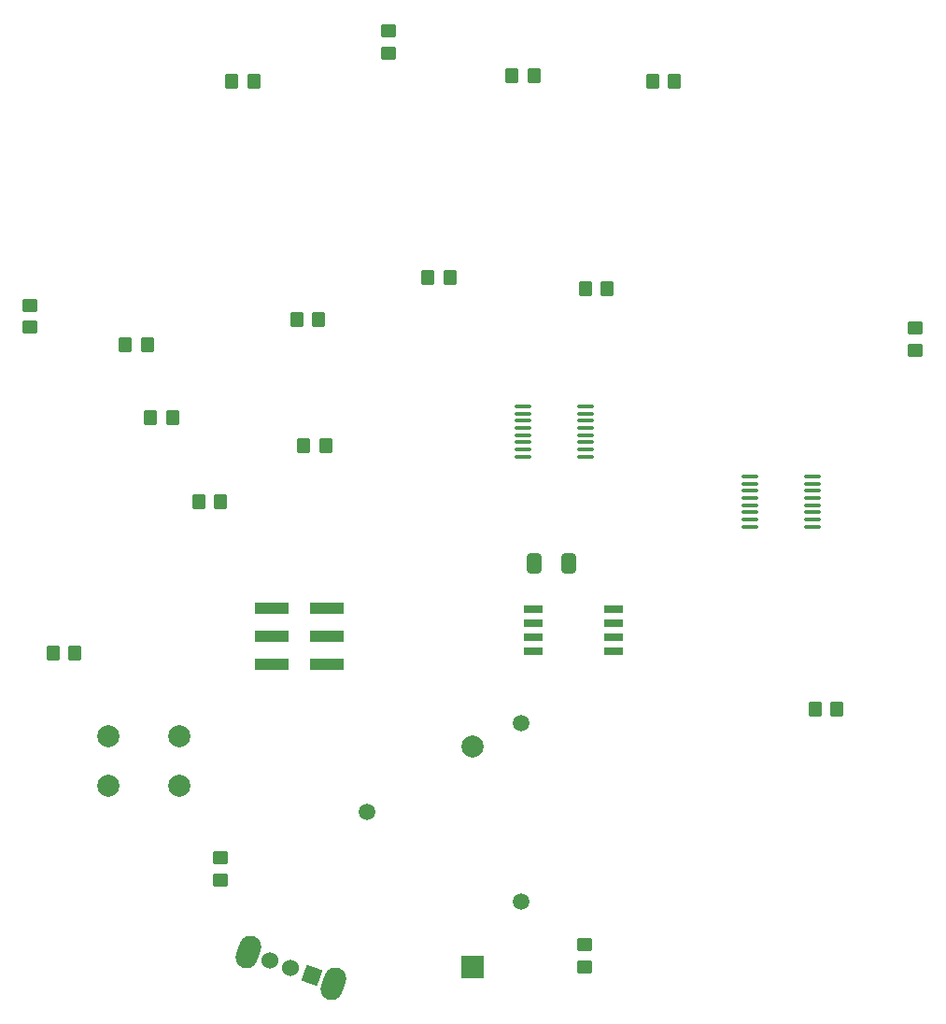
<source format=gbs>
%TF.GenerationSoftware,KiCad,Pcbnew,6.0.1+dfsg-1*%
%TF.CreationDate,2022-01-25T10:44:25+01:00*%
%TF.ProjectId,DTimponator-badge,4454696d-706f-46e6-9174-6f722d626164,2.0*%
%TF.SameCoordinates,Original*%
%TF.FileFunction,Soldermask,Bot*%
%TF.FilePolarity,Negative*%
%FSLAX46Y46*%
G04 Gerber Fmt 4.6, Leading zero omitted, Abs format (unit mm)*
G04 Created by KiCad (PCBNEW 6.0.1+dfsg-1) date 2022-01-25 10:44:25*
%MOMM*%
%LPD*%
G01*
G04 APERTURE LIST*
G04 Aperture macros list*
%AMRoundRect*
0 Rectangle with rounded corners*
0 $1 Rounding radius*
0 $2 $3 $4 $5 $6 $7 $8 $9 X,Y pos of 4 corners*
0 Add a 4 corners polygon primitive as box body*
4,1,4,$2,$3,$4,$5,$6,$7,$8,$9,$2,$3,0*
0 Add four circle primitives for the rounded corners*
1,1,$1+$1,$2,$3*
1,1,$1+$1,$4,$5*
1,1,$1+$1,$6,$7*
1,1,$1+$1,$8,$9*
0 Add four rect primitives between the rounded corners*
20,1,$1+$1,$2,$3,$4,$5,0*
20,1,$1+$1,$4,$5,$6,$7,0*
20,1,$1+$1,$6,$7,$8,$9,0*
20,1,$1+$1,$8,$9,$2,$3,0*%
%AMHorizOval*
0 Thick line with rounded ends*
0 $1 width*
0 $2 $3 position (X,Y) of the first rounded end (center of the circle)*
0 $4 $5 position (X,Y) of the second rounded end (center of the circle)*
0 Add line between two ends*
20,1,$1,$2,$3,$4,$5,0*
0 Add two circle primitives to create the rounded ends*
1,1,$1,$2,$3*
1,1,$1,$4,$5*%
%AMRotRect*
0 Rectangle, with rotation*
0 The origin of the aperture is its center*
0 $1 length*
0 $2 width*
0 $3 Rotation angle, in degrees counterclockwise*
0 Add horizontal line*
21,1,$1,$2,0,0,$3*%
G04 Aperture macros list end*
%ADD10RoundRect,0.250000X0.450000X-0.350000X0.450000X0.350000X-0.450000X0.350000X-0.450000X-0.350000X0*%
%ADD11RoundRect,0.250000X-0.450000X0.350000X-0.450000X-0.350000X0.450000X-0.350000X0.450000X0.350000X0*%
%ADD12R,1.700000X0.650000*%
%ADD13RoundRect,0.250000X0.350000X0.450000X-0.350000X0.450000X-0.350000X-0.450000X0.350000X-0.450000X0*%
%ADD14RoundRect,0.100000X0.637500X0.100000X-0.637500X0.100000X-0.637500X-0.100000X0.637500X-0.100000X0*%
%ADD15C,2.000000*%
%ADD16RoundRect,0.250000X-0.412500X-0.650000X0.412500X-0.650000X0.412500X0.650000X-0.412500X0.650000X0*%
%ADD17RoundRect,0.250000X-0.350000X-0.450000X0.350000X-0.450000X0.350000X0.450000X-0.350000X0.450000X0*%
%ADD18C,1.500000*%
%ADD19R,2.000000X2.000000*%
%ADD20RoundRect,0.100000X-0.637500X-0.100000X0.637500X-0.100000X0.637500X0.100000X-0.637500X0.100000X0*%
%ADD21R,3.150000X1.000000*%
%ADD22HorizOval,2.000000X0.171010X0.469846X-0.171010X-0.469846X0*%
%ADD23RotRect,1.524000X1.524000X160.000000*%
%ADD24C,1.524000*%
G04 APERTURE END LIST*
D10*
X165100000Y-131048000D03*
X165100000Y-129048000D03*
D11*
X114808000Y-71120000D03*
X114808000Y-73120000D03*
D12*
X167734000Y-98679000D03*
X167734000Y-99949000D03*
X167734000Y-101219000D03*
X167734000Y-102489000D03*
X160434000Y-102489000D03*
X160434000Y-101219000D03*
X160434000Y-99949000D03*
X160434000Y-98679000D03*
D13*
X167132000Y-69596000D03*
X165132000Y-69596000D03*
X141605000Y-83820000D03*
X139605000Y-83820000D03*
X160496000Y-50292000D03*
X158496000Y-50292000D03*
D14*
X185742500Y-86625000D03*
X185742500Y-87275000D03*
X185742500Y-87925000D03*
X185742500Y-88575000D03*
X185742500Y-89225000D03*
X185742500Y-89875000D03*
X185742500Y-90525000D03*
X185742500Y-91175000D03*
X180017500Y-91175000D03*
X180017500Y-90525000D03*
X180017500Y-89875000D03*
X180017500Y-89225000D03*
X180017500Y-88575000D03*
X180017500Y-87925000D03*
X180017500Y-87275000D03*
X180017500Y-86625000D03*
D13*
X125444000Y-74676000D03*
X123444000Y-74676000D03*
D15*
X121845000Y-114645000D03*
X128345000Y-114645000D03*
X128345000Y-110145000D03*
X121845000Y-110145000D03*
D16*
X160489500Y-94488000D03*
X163614500Y-94488000D03*
D13*
X127730000Y-81280000D03*
X125730000Y-81280000D03*
D11*
X147320000Y-46260000D03*
X147320000Y-48260000D03*
D13*
X135096000Y-50800000D03*
X133096000Y-50800000D03*
D11*
X195072000Y-73168000D03*
X195072000Y-75168000D03*
D17*
X116856000Y-102616000D03*
X118856000Y-102616000D03*
D13*
X140970000Y-72390000D03*
X138970000Y-72390000D03*
D18*
X159339999Y-108966001D03*
X145339999Y-117066001D03*
X159339999Y-125166001D03*
D19*
X154939999Y-131066001D03*
D15*
X154939999Y-111066001D03*
D13*
X187960000Y-107696000D03*
X185960000Y-107696000D03*
D20*
X159443500Y-84825000D03*
X159443500Y-84175000D03*
X159443500Y-83525000D03*
X159443500Y-82875000D03*
X159443500Y-82225000D03*
X159443500Y-81575000D03*
X159443500Y-80925000D03*
X159443500Y-80275000D03*
X165168500Y-80275000D03*
X165168500Y-80925000D03*
X165168500Y-81575000D03*
X165168500Y-82225000D03*
X165168500Y-82875000D03*
X165168500Y-83525000D03*
X165168500Y-84175000D03*
X165168500Y-84825000D03*
D21*
X141717000Y-98552000D03*
X136667000Y-98552000D03*
X141717000Y-101092000D03*
X136667000Y-101092000D03*
X141717000Y-103632000D03*
X136667000Y-103632000D03*
D13*
X152876000Y-68580000D03*
X150876000Y-68580000D03*
D17*
X171228000Y-50800000D03*
X173228000Y-50800000D03*
D22*
X134577260Y-129762971D03*
X142282740Y-132567537D03*
D23*
X140309385Y-131849294D03*
D24*
X138430000Y-131165254D03*
X136550615Y-130481214D03*
D13*
X132080000Y-88900000D03*
X130080000Y-88900000D03*
D10*
X132080000Y-123190000D03*
X132080000Y-121190000D03*
M02*

</source>
